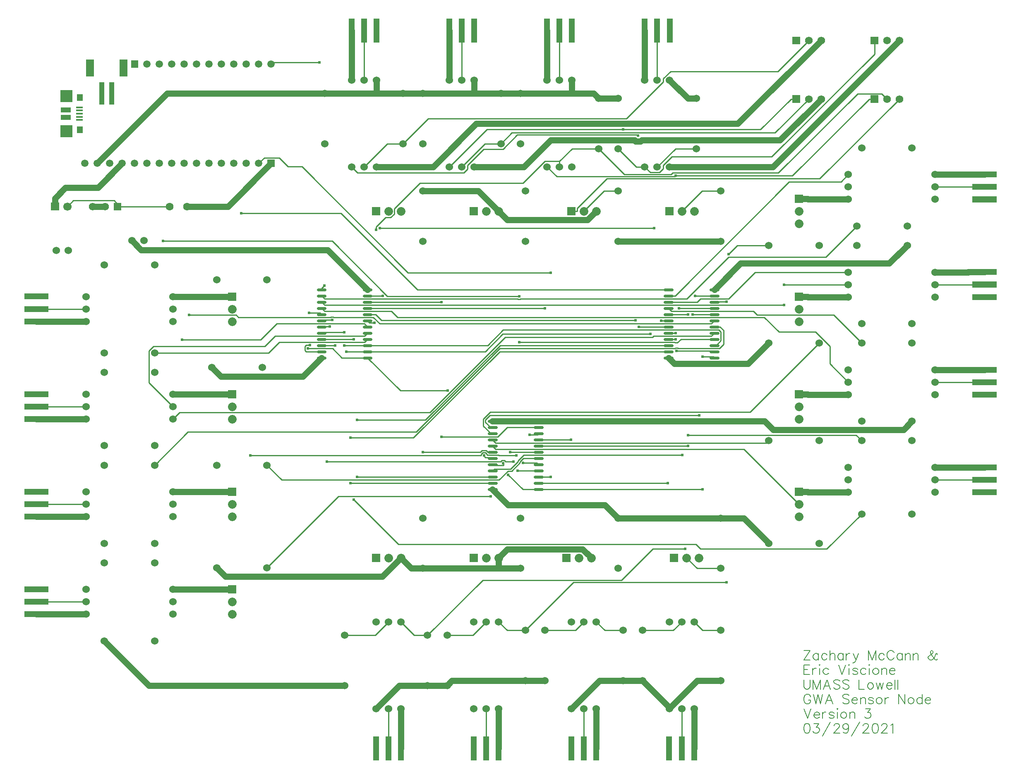
<source format=gtl>
G04 Layer: TopLayer*
G04 EasyEDA v6.4.17, 2021-03-30T17:38:57--4:00*
G04 bfce05913f904539a0b1be1992e61c7c,10*
G04 Gerber Generator version 0.2*
G04 Scale: 100 percent, Rotated: No, Reflected: No *
G04 Dimensions in millimeters *
G04 leading zeros omitted , absolute positions ,4 integer and 5 decimal *
%FSLAX45Y45*%
%MOMM*%

%ADD11C,1.2700*%
%ADD12C,0.2600*%
%ADD13C,0.2540*%
%ADD14C,0.6000*%
%ADD15C,0.2032*%
%ADD16C,0.6100*%
%ADD17R,1.3487X0.3988*%
%ADD21R,1.2000X5.0000*%
%ADD22R,5.0000X1.2000*%
%ADD23R,1.8000X1.8000*%
%ADD24R,1.4986X1.4986*%
%ADD25C,1.4986*%
%ADD27R,1.1989X1.4402*%
%ADD28C,1.5240*%
%ADD30C,1.7000*%
%ADD31C,1.5748*%
%ADD32R,1.5748X1.5748*%
%ADD33C,1.6000*%
%ADD34C,1.8000*%

%LPD*%
D15*
X3000070Y-20795007D02*
G01*
X3000070Y-20988809D01*
X3000070Y-20795007D02*
G01*
X3119958Y-20795007D01*
X3000070Y-20887209D02*
G01*
X3073984Y-20887209D01*
X3000070Y-20988809D02*
G01*
X3119958Y-20988809D01*
X3180918Y-20859523D02*
G01*
X3180918Y-20988809D01*
X3180918Y-20915149D02*
G01*
X3190316Y-20887209D01*
X3208858Y-20868921D01*
X3227146Y-20859523D01*
X3254832Y-20859523D01*
X3315792Y-20795007D02*
G01*
X3325190Y-20804151D01*
X3334334Y-20795007D01*
X3325190Y-20785609D01*
X3315792Y-20795007D01*
X3325190Y-20859523D02*
G01*
X3325190Y-20988809D01*
X3506038Y-20887209D02*
G01*
X3487750Y-20868921D01*
X3469208Y-20859523D01*
X3441522Y-20859523D01*
X3422980Y-20868921D01*
X3404438Y-20887209D01*
X3395294Y-20915149D01*
X3395294Y-20933437D01*
X3404438Y-20961123D01*
X3422980Y-20979665D01*
X3441522Y-20988809D01*
X3469208Y-20988809D01*
X3487750Y-20979665D01*
X3506038Y-20961123D01*
X3709238Y-20795007D02*
G01*
X3783152Y-20988809D01*
X3857066Y-20795007D02*
G01*
X3783152Y-20988809D01*
X3918026Y-20795007D02*
G01*
X3927424Y-20804151D01*
X3936568Y-20795007D01*
X3927424Y-20785609D01*
X3918026Y-20795007D01*
X3927424Y-20859523D02*
G01*
X3927424Y-20988809D01*
X4099128Y-20887209D02*
G01*
X4089984Y-20868921D01*
X4062298Y-20859523D01*
X4034358Y-20859523D01*
X4006672Y-20868921D01*
X3997528Y-20887209D01*
X4006672Y-20905751D01*
X4025214Y-20915149D01*
X4071442Y-20924293D01*
X4089984Y-20933437D01*
X4099128Y-20951979D01*
X4099128Y-20961123D01*
X4089984Y-20979665D01*
X4062298Y-20988809D01*
X4034358Y-20988809D01*
X4006672Y-20979665D01*
X3997528Y-20961123D01*
X4270832Y-20887209D02*
G01*
X4252544Y-20868921D01*
X4234002Y-20859523D01*
X4206316Y-20859523D01*
X4187774Y-20868921D01*
X4169232Y-20887209D01*
X4160088Y-20915149D01*
X4160088Y-20933437D01*
X4169232Y-20961123D01*
X4187774Y-20979665D01*
X4206316Y-20988809D01*
X4234002Y-20988809D01*
X4252544Y-20979665D01*
X4270832Y-20961123D01*
X4331792Y-20795007D02*
G01*
X4341190Y-20804151D01*
X4350334Y-20795007D01*
X4341190Y-20785609D01*
X4331792Y-20795007D01*
X4341190Y-20859523D02*
G01*
X4341190Y-20988809D01*
X4457522Y-20859523D02*
G01*
X4438980Y-20868921D01*
X4420438Y-20887209D01*
X4411294Y-20915149D01*
X4411294Y-20933437D01*
X4420438Y-20961123D01*
X4438980Y-20979665D01*
X4457522Y-20988809D01*
X4485208Y-20988809D01*
X4503750Y-20979665D01*
X4522038Y-20961123D01*
X4531436Y-20933437D01*
X4531436Y-20915149D01*
X4522038Y-20887209D01*
X4503750Y-20868921D01*
X4485208Y-20859523D01*
X4457522Y-20859523D01*
X4592396Y-20859523D02*
G01*
X4592396Y-20988809D01*
X4592396Y-20896607D02*
G01*
X4620082Y-20868921D01*
X4638624Y-20859523D01*
X4666310Y-20859523D01*
X4684598Y-20868921D01*
X4693996Y-20896607D01*
X4693996Y-20988809D01*
X4754956Y-20915149D02*
G01*
X4865700Y-20915149D01*
X4865700Y-20896607D01*
X4856556Y-20878065D01*
X4847158Y-20868921D01*
X4828870Y-20859523D01*
X4801184Y-20859523D01*
X4782642Y-20868921D01*
X4764100Y-20887209D01*
X4754956Y-20915149D01*
X4754956Y-20933437D01*
X4764100Y-20961123D01*
X4782642Y-20979665D01*
X4801184Y-20988809D01*
X4828870Y-20988809D01*
X4847158Y-20979665D01*
X4865700Y-20961123D01*
X2999993Y-21094954D02*
G01*
X2999993Y-21233384D01*
X3009138Y-21261324D01*
X3027679Y-21279611D01*
X3055365Y-21289009D01*
X3073908Y-21289009D01*
X3101593Y-21279611D01*
X3120136Y-21261324D01*
X3129279Y-21233384D01*
X3129279Y-21094954D01*
X3190240Y-21094954D02*
G01*
X3190240Y-21289009D01*
X3190240Y-21094954D02*
G01*
X3264154Y-21289009D01*
X3338068Y-21094954D02*
G01*
X3264154Y-21289009D01*
X3338068Y-21094954D02*
G01*
X3338068Y-21289009D01*
X3472941Y-21094954D02*
G01*
X3399027Y-21289009D01*
X3472941Y-21094954D02*
G01*
X3546856Y-21289009D01*
X3426713Y-21224240D02*
G01*
X3519170Y-21224240D01*
X3737102Y-21122640D02*
G01*
X3718559Y-21104098D01*
X3690874Y-21094954D01*
X3654043Y-21094954D01*
X3626104Y-21104098D01*
X3607815Y-21122640D01*
X3607815Y-21141181D01*
X3616959Y-21159724D01*
X3626104Y-21168868D01*
X3644645Y-21178011D01*
X3700018Y-21196554D01*
X3718559Y-21205698D01*
X3727704Y-21215095D01*
X3737102Y-21233384D01*
X3737102Y-21261324D01*
X3718559Y-21279611D01*
X3690874Y-21289009D01*
X3654043Y-21289009D01*
X3626104Y-21279611D01*
X3607815Y-21261324D01*
X3927347Y-21122640D02*
G01*
X3908806Y-21104098D01*
X3881120Y-21094954D01*
X3844290Y-21094954D01*
X3816604Y-21104098D01*
X3798061Y-21122640D01*
X3798061Y-21141181D01*
X3807206Y-21159724D01*
X3816604Y-21168868D01*
X3834891Y-21178011D01*
X3890263Y-21196554D01*
X3908806Y-21205698D01*
X3918204Y-21215095D01*
X3927347Y-21233384D01*
X3927347Y-21261324D01*
X3908806Y-21279611D01*
X3881120Y-21289009D01*
X3844290Y-21289009D01*
X3816604Y-21279611D01*
X3798061Y-21261324D01*
X4130547Y-21094954D02*
G01*
X4130547Y-21289009D01*
X4130547Y-21289009D02*
G01*
X4241291Y-21289009D01*
X4348479Y-21159724D02*
G01*
X4329938Y-21168868D01*
X4311650Y-21187409D01*
X4302252Y-21215095D01*
X4302252Y-21233384D01*
X4311650Y-21261324D01*
X4329938Y-21279611D01*
X4348479Y-21289009D01*
X4376165Y-21289009D01*
X4394708Y-21279611D01*
X4413250Y-21261324D01*
X4422393Y-21233384D01*
X4422393Y-21215095D01*
X4413250Y-21187409D01*
X4394708Y-21168868D01*
X4376165Y-21159724D01*
X4348479Y-21159724D01*
X4483354Y-21159724D02*
G01*
X4520184Y-21289009D01*
X4557268Y-21159724D02*
G01*
X4520184Y-21289009D01*
X4557268Y-21159724D02*
G01*
X4594097Y-21289009D01*
X4631181Y-21159724D02*
G01*
X4594097Y-21289009D01*
X4692141Y-21215095D02*
G01*
X4802886Y-21215095D01*
X4802886Y-21196554D01*
X4793741Y-21178011D01*
X4784343Y-21168868D01*
X4766056Y-21159724D01*
X4738370Y-21159724D01*
X4719827Y-21168868D01*
X4701286Y-21187409D01*
X4692141Y-21215095D01*
X4692141Y-21233384D01*
X4701286Y-21261324D01*
X4719827Y-21279611D01*
X4738370Y-21289009D01*
X4766056Y-21289009D01*
X4784343Y-21279611D01*
X4802886Y-21261324D01*
X4863845Y-21094954D02*
G01*
X4863845Y-21289009D01*
X4924806Y-21094954D02*
G01*
X4924806Y-21289009D01*
X3129279Y-20494980D02*
G01*
X2999993Y-20689036D01*
X2999993Y-20494980D02*
G01*
X3129279Y-20494980D01*
X2999993Y-20689036D02*
G01*
X3129279Y-20689036D01*
X3300984Y-20559496D02*
G01*
X3300984Y-20689036D01*
X3300984Y-20587436D02*
G01*
X3282695Y-20568894D01*
X3264154Y-20559496D01*
X3236468Y-20559496D01*
X3217925Y-20568894D01*
X3199384Y-20587436D01*
X3190240Y-20615122D01*
X3190240Y-20633410D01*
X3199384Y-20661096D01*
X3217925Y-20679638D01*
X3236468Y-20689036D01*
X3264154Y-20689036D01*
X3282695Y-20679638D01*
X3300984Y-20661096D01*
X3472941Y-20587436D02*
G01*
X3454400Y-20568894D01*
X3435858Y-20559496D01*
X3408172Y-20559496D01*
X3389884Y-20568894D01*
X3371341Y-20587436D01*
X3361943Y-20615122D01*
X3361943Y-20633410D01*
X3371341Y-20661096D01*
X3389884Y-20679638D01*
X3408172Y-20689036D01*
X3435858Y-20689036D01*
X3454400Y-20679638D01*
X3472941Y-20661096D01*
X3533902Y-20494980D02*
G01*
X3533902Y-20689036D01*
X3533902Y-20596580D02*
G01*
X3561588Y-20568894D01*
X3580129Y-20559496D01*
X3607815Y-20559496D01*
X3626104Y-20568894D01*
X3635502Y-20596580D01*
X3635502Y-20689036D01*
X3807206Y-20559496D02*
G01*
X3807206Y-20689036D01*
X3807206Y-20587436D02*
G01*
X3788663Y-20568894D01*
X3770375Y-20559496D01*
X3742690Y-20559496D01*
X3724147Y-20568894D01*
X3705606Y-20587436D01*
X3696461Y-20615122D01*
X3696461Y-20633410D01*
X3705606Y-20661096D01*
X3724147Y-20679638D01*
X3742690Y-20689036D01*
X3770375Y-20689036D01*
X3788663Y-20679638D01*
X3807206Y-20661096D01*
X3868165Y-20559496D02*
G01*
X3868165Y-20689036D01*
X3868165Y-20615122D02*
G01*
X3877563Y-20587436D01*
X3895852Y-20568894D01*
X3914393Y-20559496D01*
X3942079Y-20559496D01*
X4012184Y-20559496D02*
G01*
X4067809Y-20689036D01*
X4123181Y-20559496D02*
G01*
X4067809Y-20689036D01*
X4049268Y-20725866D01*
X4030725Y-20744408D01*
X4012184Y-20753552D01*
X4003040Y-20753552D01*
X4326381Y-20494980D02*
G01*
X4326381Y-20689036D01*
X4326381Y-20494980D02*
G01*
X4400295Y-20689036D01*
X4474209Y-20494980D02*
G01*
X4400295Y-20689036D01*
X4474209Y-20494980D02*
G01*
X4474209Y-20689036D01*
X4645913Y-20587436D02*
G01*
X4627372Y-20568894D01*
X4609084Y-20559496D01*
X4581143Y-20559496D01*
X4562856Y-20568894D01*
X4544313Y-20587436D01*
X4535170Y-20615122D01*
X4535170Y-20633410D01*
X4544313Y-20661096D01*
X4562856Y-20679638D01*
X4581143Y-20689036D01*
X4609084Y-20689036D01*
X4627372Y-20679638D01*
X4645913Y-20661096D01*
X4845304Y-20541208D02*
G01*
X4836159Y-20522666D01*
X4817618Y-20504124D01*
X4799329Y-20494980D01*
X4762245Y-20494980D01*
X4743704Y-20504124D01*
X4725415Y-20522666D01*
X4716018Y-20541208D01*
X4706874Y-20568894D01*
X4706874Y-20615122D01*
X4716018Y-20642808D01*
X4725415Y-20661096D01*
X4743704Y-20679638D01*
X4762245Y-20689036D01*
X4799329Y-20689036D01*
X4817618Y-20679638D01*
X4836159Y-20661096D01*
X4845304Y-20642808D01*
X5017261Y-20559496D02*
G01*
X5017261Y-20689036D01*
X5017261Y-20587436D02*
G01*
X4998720Y-20568894D01*
X4980177Y-20559496D01*
X4952491Y-20559496D01*
X4934204Y-20568894D01*
X4915661Y-20587436D01*
X4906263Y-20615122D01*
X4906263Y-20633410D01*
X4915661Y-20661096D01*
X4934204Y-20679638D01*
X4952491Y-20689036D01*
X4980177Y-20689036D01*
X4998720Y-20679638D01*
X5017261Y-20661096D01*
X5078222Y-20559496D02*
G01*
X5078222Y-20689036D01*
X5078222Y-20596580D02*
G01*
X5105908Y-20568894D01*
X5124450Y-20559496D01*
X5152136Y-20559496D01*
X5170424Y-20568894D01*
X5179822Y-20596580D01*
X5179822Y-20689036D01*
X5240781Y-20559496D02*
G01*
X5240781Y-20689036D01*
X5240781Y-20596580D02*
G01*
X5268468Y-20568894D01*
X5287009Y-20559496D01*
X5314695Y-20559496D01*
X5332984Y-20568894D01*
X5342381Y-20596580D01*
X5342381Y-20689036D01*
X5730240Y-20578038D02*
G01*
X5730240Y-20568894D01*
X5721095Y-20559496D01*
X5711697Y-20559496D01*
X5702554Y-20568894D01*
X5693409Y-20587436D01*
X5674868Y-20633410D01*
X5656325Y-20661096D01*
X5637784Y-20679638D01*
X5619495Y-20689036D01*
X5582411Y-20689036D01*
X5564124Y-20679638D01*
X5554725Y-20670494D01*
X5545581Y-20651952D01*
X5545581Y-20633410D01*
X5554725Y-20615122D01*
X5564124Y-20605724D01*
X5628640Y-20568894D01*
X5637784Y-20559496D01*
X5647181Y-20541208D01*
X5647181Y-20522666D01*
X5637784Y-20504124D01*
X5619495Y-20494980D01*
X5600954Y-20504124D01*
X5591809Y-20522666D01*
X5591809Y-20541208D01*
X5600954Y-20568894D01*
X5619495Y-20596580D01*
X5665724Y-20661096D01*
X5684011Y-20679638D01*
X5702554Y-20689036D01*
X5721095Y-20689036D01*
X5730240Y-20679638D01*
X5730240Y-20670494D01*
X3138424Y-21441156D02*
G01*
X3129279Y-21422613D01*
X3110738Y-21404072D01*
X3092450Y-21394927D01*
X3055365Y-21394927D01*
X3036824Y-21404072D01*
X3018536Y-21422613D01*
X3009138Y-21441156D01*
X2999993Y-21468841D01*
X2999993Y-21515070D01*
X3009138Y-21542756D01*
X3018536Y-21561298D01*
X3036824Y-21579586D01*
X3055365Y-21588984D01*
X3092450Y-21588984D01*
X3110738Y-21579586D01*
X3129279Y-21561298D01*
X3138424Y-21542756D01*
X3138424Y-21515070D01*
X3092450Y-21515070D02*
G01*
X3138424Y-21515070D01*
X3199384Y-21394927D02*
G01*
X3245611Y-21588984D01*
X3291840Y-21394927D02*
G01*
X3245611Y-21588984D01*
X3291840Y-21394927D02*
G01*
X3338068Y-21588984D01*
X3384295Y-21394927D02*
G01*
X3338068Y-21588984D01*
X3519170Y-21394927D02*
G01*
X3445256Y-21588984D01*
X3519170Y-21394927D02*
G01*
X3593084Y-21588984D01*
X3472941Y-21524213D02*
G01*
X3565143Y-21524213D01*
X3925570Y-21422613D02*
G01*
X3907027Y-21404072D01*
X3879341Y-21394927D01*
X3842258Y-21394927D01*
X3814572Y-21404072D01*
X3796284Y-21422613D01*
X3796284Y-21441156D01*
X3805427Y-21459698D01*
X3814572Y-21468841D01*
X3833113Y-21477986D01*
X3888486Y-21496527D01*
X3907027Y-21505672D01*
X3916172Y-21515070D01*
X3925570Y-21533611D01*
X3925570Y-21561298D01*
X3907027Y-21579586D01*
X3879341Y-21588984D01*
X3842258Y-21588984D01*
X3814572Y-21579586D01*
X3796284Y-21561298D01*
X3986529Y-21515070D02*
G01*
X4097274Y-21515070D01*
X4097274Y-21496527D01*
X4088129Y-21477986D01*
X4078731Y-21468841D01*
X4060443Y-21459698D01*
X4032504Y-21459698D01*
X4014215Y-21468841D01*
X3995674Y-21487384D01*
X3986529Y-21515070D01*
X3986529Y-21533611D01*
X3995674Y-21561298D01*
X4014215Y-21579586D01*
X4032504Y-21588984D01*
X4060443Y-21588984D01*
X4078731Y-21579586D01*
X4097274Y-21561298D01*
X4158234Y-21459698D02*
G01*
X4158234Y-21588984D01*
X4158234Y-21496527D02*
G01*
X4185920Y-21468841D01*
X4204461Y-21459698D01*
X4232147Y-21459698D01*
X4250690Y-21468841D01*
X4259834Y-21496527D01*
X4259834Y-21588984D01*
X4422393Y-21487384D02*
G01*
X4413250Y-21468841D01*
X4385563Y-21459698D01*
X4357624Y-21459698D01*
X4329938Y-21468841D01*
X4320793Y-21487384D01*
X4329938Y-21505672D01*
X4348479Y-21515070D01*
X4394708Y-21524213D01*
X4413250Y-21533611D01*
X4422393Y-21551900D01*
X4422393Y-21561298D01*
X4413250Y-21579586D01*
X4385563Y-21588984D01*
X4357624Y-21588984D01*
X4329938Y-21579586D01*
X4320793Y-21561298D01*
X4529581Y-21459698D02*
G01*
X4511040Y-21468841D01*
X4492497Y-21487384D01*
X4483354Y-21515070D01*
X4483354Y-21533611D01*
X4492497Y-21561298D01*
X4511040Y-21579586D01*
X4529581Y-21588984D01*
X4557268Y-21588984D01*
X4575809Y-21579586D01*
X4594097Y-21561298D01*
X4603495Y-21533611D01*
X4603495Y-21515070D01*
X4594097Y-21487384D01*
X4575809Y-21468841D01*
X4557268Y-21459698D01*
X4529581Y-21459698D01*
X4664456Y-21459698D02*
G01*
X4664456Y-21588984D01*
X4664456Y-21515070D02*
G01*
X4673600Y-21487384D01*
X4692141Y-21468841D01*
X4710684Y-21459698D01*
X4738370Y-21459698D01*
X4941570Y-21394927D02*
G01*
X4941570Y-21588984D01*
X4941570Y-21394927D02*
G01*
X5070856Y-21588984D01*
X5070856Y-21394927D02*
G01*
X5070856Y-21588984D01*
X5178043Y-21459698D02*
G01*
X5159502Y-21468841D01*
X5140959Y-21487384D01*
X5131815Y-21515070D01*
X5131815Y-21533611D01*
X5140959Y-21561298D01*
X5159502Y-21579586D01*
X5178043Y-21588984D01*
X5205729Y-21588984D01*
X5224018Y-21579586D01*
X5242559Y-21561298D01*
X5251704Y-21533611D01*
X5251704Y-21515070D01*
X5242559Y-21487384D01*
X5224018Y-21468841D01*
X5205729Y-21459698D01*
X5178043Y-21459698D01*
X5423661Y-21394927D02*
G01*
X5423661Y-21588984D01*
X5423661Y-21487384D02*
G01*
X5405120Y-21468841D01*
X5386577Y-21459698D01*
X5358891Y-21459698D01*
X5340604Y-21468841D01*
X5322061Y-21487384D01*
X5312663Y-21515070D01*
X5312663Y-21533611D01*
X5322061Y-21561298D01*
X5340604Y-21579586D01*
X5358891Y-21588984D01*
X5386577Y-21588984D01*
X5405120Y-21579586D01*
X5423661Y-21561298D01*
X5484622Y-21515070D02*
G01*
X5595365Y-21515070D01*
X5595365Y-21496527D01*
X5586222Y-21477986D01*
X5576824Y-21468841D01*
X5558536Y-21459698D01*
X5530850Y-21459698D01*
X5512308Y-21468841D01*
X5493765Y-21487384D01*
X5484622Y-21515070D01*
X5484622Y-21533611D01*
X5493765Y-21561298D01*
X5512308Y-21579586D01*
X5530850Y-21588984D01*
X5558536Y-21588984D01*
X5576824Y-21579586D01*
X5595365Y-21561298D01*
X2999993Y-21694902D02*
G01*
X3073908Y-21888958D01*
X3147822Y-21694902D02*
G01*
X3073908Y-21888958D01*
X3208781Y-21815043D02*
G01*
X3319525Y-21815043D01*
X3319525Y-21796502D01*
X3310381Y-21778213D01*
X3300984Y-21768816D01*
X3282695Y-21759672D01*
X3255009Y-21759672D01*
X3236468Y-21768816D01*
X3217925Y-21787358D01*
X3208781Y-21815043D01*
X3208781Y-21833586D01*
X3217925Y-21861272D01*
X3236468Y-21879813D01*
X3255009Y-21888958D01*
X3282695Y-21888958D01*
X3300984Y-21879813D01*
X3319525Y-21861272D01*
X3380486Y-21759672D02*
G01*
X3380486Y-21888958D01*
X3380486Y-21815043D02*
G01*
X3389884Y-21787358D01*
X3408172Y-21768816D01*
X3426713Y-21759672D01*
X3454400Y-21759672D01*
X3616959Y-21787358D02*
G01*
X3607815Y-21768816D01*
X3580129Y-21759672D01*
X3552443Y-21759672D01*
X3524504Y-21768816D01*
X3515359Y-21787358D01*
X3524504Y-21805900D01*
X3543045Y-21815043D01*
X3589274Y-21824188D01*
X3607815Y-21833586D01*
X3616959Y-21851874D01*
X3616959Y-21861272D01*
X3607815Y-21879813D01*
X3580129Y-21888958D01*
X3552443Y-21888958D01*
X3524504Y-21879813D01*
X3515359Y-21861272D01*
X3677920Y-21694902D02*
G01*
X3687063Y-21704300D01*
X3696461Y-21694902D01*
X3687063Y-21685758D01*
X3677920Y-21694902D01*
X3687063Y-21759672D02*
G01*
X3687063Y-21888958D01*
X3803650Y-21759672D02*
G01*
X3785108Y-21768816D01*
X3766565Y-21787358D01*
X3757422Y-21815043D01*
X3757422Y-21833586D01*
X3766565Y-21861272D01*
X3785108Y-21879813D01*
X3803650Y-21888958D01*
X3831336Y-21888958D01*
X3849624Y-21879813D01*
X3868165Y-21861272D01*
X3877563Y-21833586D01*
X3877563Y-21815043D01*
X3868165Y-21787358D01*
X3849624Y-21768816D01*
X3831336Y-21759672D01*
X3803650Y-21759672D01*
X3938524Y-21759672D02*
G01*
X3938524Y-21888958D01*
X3938524Y-21796502D02*
G01*
X3966209Y-21768816D01*
X3984497Y-21759672D01*
X4012184Y-21759672D01*
X4030725Y-21768816D01*
X4040124Y-21796502D01*
X4040124Y-21888958D01*
X4261611Y-21694902D02*
G01*
X4363211Y-21694902D01*
X4307840Y-21768816D01*
X4335525Y-21768816D01*
X4354068Y-21778213D01*
X4363211Y-21787358D01*
X4372609Y-21815043D01*
X4372609Y-21833586D01*
X4363211Y-21861272D01*
X4344924Y-21879813D01*
X4316984Y-21888958D01*
X4289297Y-21888958D01*
X4261611Y-21879813D01*
X4252468Y-21870416D01*
X4243324Y-21851874D01*
X3055365Y-21994875D02*
G01*
X3027679Y-22004274D01*
X3009138Y-22031959D01*
X2999993Y-22078188D01*
X2999993Y-22105874D01*
X3009138Y-22151848D01*
X3027679Y-22179788D01*
X3055365Y-22188931D01*
X3073908Y-22188931D01*
X3101593Y-22179788D01*
X3120136Y-22151848D01*
X3129279Y-22105874D01*
X3129279Y-22078188D01*
X3120136Y-22031959D01*
X3101593Y-22004274D01*
X3073908Y-21994875D01*
X3055365Y-21994875D01*
X3208781Y-21994875D02*
G01*
X3310381Y-21994875D01*
X3255009Y-22068790D01*
X3282695Y-22068790D01*
X3300984Y-22078188D01*
X3310381Y-22087331D01*
X3319525Y-22115018D01*
X3319525Y-22133559D01*
X3310381Y-22161245D01*
X3291840Y-22179788D01*
X3264154Y-22188931D01*
X3236468Y-22188931D01*
X3208781Y-22179788D01*
X3199384Y-22170390D01*
X3190240Y-22151848D01*
X3546856Y-21958045D02*
G01*
X3380486Y-22253448D01*
X3616959Y-22041104D02*
G01*
X3616959Y-22031959D01*
X3626104Y-22013418D01*
X3635502Y-22004274D01*
X3654043Y-21994875D01*
X3690874Y-21994875D01*
X3709415Y-22004274D01*
X3718559Y-22013418D01*
X3727704Y-22031959D01*
X3727704Y-22050248D01*
X3718559Y-22068790D01*
X3700018Y-22096475D01*
X3607815Y-22188931D01*
X3737102Y-22188931D01*
X3918204Y-22059645D02*
G01*
X3908806Y-22087331D01*
X3890263Y-22105874D01*
X3862577Y-22115018D01*
X3853434Y-22115018D01*
X3825747Y-22105874D01*
X3807206Y-22087331D01*
X3798061Y-22059645D01*
X3798061Y-22050248D01*
X3807206Y-22022561D01*
X3825747Y-22004274D01*
X3853434Y-21994875D01*
X3862577Y-21994875D01*
X3890263Y-22004274D01*
X3908806Y-22022561D01*
X3918204Y-22059645D01*
X3918204Y-22105874D01*
X3908806Y-22151848D01*
X3890263Y-22179788D01*
X3862577Y-22188931D01*
X3844290Y-22188931D01*
X3816604Y-22179788D01*
X3807206Y-22161245D01*
X4145279Y-21958045D02*
G01*
X3979163Y-22253448D01*
X4215384Y-22041104D02*
G01*
X4215384Y-22031959D01*
X4224781Y-22013418D01*
X4233925Y-22004274D01*
X4252468Y-21994875D01*
X4289297Y-21994875D01*
X4307840Y-22004274D01*
X4316984Y-22013418D01*
X4326381Y-22031959D01*
X4326381Y-22050248D01*
X4316984Y-22068790D01*
X4298695Y-22096475D01*
X4206240Y-22188931D01*
X4335525Y-22188931D01*
X4451858Y-21994875D02*
G01*
X4424172Y-22004274D01*
X4405884Y-22031959D01*
X4396486Y-22078188D01*
X4396486Y-22105874D01*
X4405884Y-22151848D01*
X4424172Y-22179788D01*
X4451858Y-22188931D01*
X4470400Y-22188931D01*
X4498086Y-22179788D01*
X4516627Y-22151848D01*
X4525772Y-22105874D01*
X4525772Y-22078188D01*
X4516627Y-22031959D01*
X4498086Y-22004274D01*
X4470400Y-21994875D01*
X4451858Y-21994875D01*
X4596129Y-22041104D02*
G01*
X4596129Y-22031959D01*
X4605274Y-22013418D01*
X4614418Y-22004274D01*
X4632959Y-21994875D01*
X4670043Y-21994875D01*
X4688331Y-22004274D01*
X4697729Y-22013418D01*
X4706874Y-22031959D01*
X4706874Y-22050248D01*
X4697729Y-22068790D01*
X4679188Y-22096475D01*
X4586731Y-22188931D01*
X4716018Y-22188931D01*
X4776977Y-22031959D02*
G01*
X4795520Y-22022561D01*
X4823206Y-21994875D01*
X4823206Y-22188931D01*
D11*
X3911091Y-15253970D02*
G01*
X3086608Y-15253970D01*
X3078479Y-15246095D01*
X2899918Y-15246095D02*
G01*
X3078479Y-15246095D01*
D12*
X-12700000Y-13500100D02*
G01*
X-11689079Y-13500100D01*
X-11689079Y-13500100D01*
X-12700000Y-17500091D02*
G01*
X-11689079Y-17500091D01*
X-11689079Y-17500091D01*
X-12700000Y-15500095D02*
G01*
X-11689079Y-15500095D01*
X-11689079Y-15500095D01*
X-12700000Y-19500088D02*
G01*
X-11689079Y-19500088D01*
X-11689079Y-19500088D01*
D11*
X3911091Y-11253978D02*
G01*
X3086608Y-11253978D01*
X3078479Y-11246104D01*
X2899918Y-11246104D02*
G01*
X3078479Y-11246104D01*
X-9911079Y-19246088D02*
G01*
X-8878570Y-19246088D01*
X-8878315Y-19245834D01*
X-8700008Y-19245834D02*
G01*
X-8878315Y-19245834D01*
X-9911079Y-13246100D02*
G01*
X-8878570Y-13246100D01*
X-8878570Y-13246100D01*
X-8700008Y-13246100D02*
G01*
X-8878570Y-13246100D01*
X3911091Y-17253966D02*
G01*
X3086608Y-17253966D01*
X3078479Y-17246091D01*
X2899918Y-17246091D02*
G01*
X3078479Y-17246091D01*
D12*
X-1999995Y-8811005D02*
G01*
X-1999995Y-7800086D01*
X5689091Y-10999978D02*
G01*
X5689091Y-10999978D01*
X6700011Y-10999978D01*
D11*
X5689091Y-10745978D02*
G01*
X6360413Y-10745978D01*
X6361429Y-10744962D01*
X6700011Y-10744962D02*
G01*
X6361429Y-10744962D01*
D12*
X5689091Y-12999974D02*
G01*
X5689091Y-12999974D01*
X6700011Y-12999974D01*
X5689091Y-14999970D02*
G01*
X5689091Y-14999970D01*
X6700011Y-14999970D01*
X5689091Y-16999966D02*
G01*
X5689091Y-16999966D01*
X6700011Y-16999966D01*
X-5999987Y-8811005D02*
G01*
X-5999987Y-8811005D01*
X-5999987Y-7800086D01*
X-3999992Y-8811005D02*
G01*
X-3999992Y-8811005D01*
X-3999992Y-7800086D01*
D11*
X-9911079Y-17246091D02*
G01*
X-8878570Y-17246091D01*
X-8878570Y-17246091D01*
X-8700008Y-17246091D02*
G01*
X-8878570Y-17246091D01*
D12*
X500126Y-22220681D02*
G01*
X500126Y-22220681D01*
X500126Y-21689059D01*
X500126Y-22500081D02*
G01*
X500126Y-22220681D01*
X-1500123Y-22220936D02*
G01*
X-1500123Y-22220936D01*
X-1500123Y-21689059D01*
X-1500123Y-22500081D02*
G01*
X-1500123Y-22220936D01*
X-3500120Y-22220936D02*
G01*
X-3500120Y-22220936D01*
X-3500120Y-21689059D01*
X-3500120Y-22500081D02*
G01*
X-3500120Y-22220936D01*
D11*
X-2253995Y-8811005D02*
G01*
X-2255012Y-8809989D01*
X-2255012Y-7800086D01*
X-6253987Y-8811005D02*
G01*
X-6255004Y-8809989D01*
X-6255004Y-7800086D01*
X-4253992Y-8811005D02*
G01*
X-4255007Y-8809989D01*
X-4255007Y-7800086D01*
D12*
X-5500115Y-21689059D02*
G01*
X-5499862Y-21689313D01*
X-5499862Y-22500081D01*
D11*
X755142Y-22161500D02*
G01*
X754126Y-22160484D01*
X754126Y-21689059D01*
X755142Y-22500081D02*
G01*
X755142Y-22161500D01*
X-12700000Y-13755116D02*
G01*
X-11690095Y-13755116D01*
X-11689079Y-13754100D01*
X-1245107Y-22161500D02*
G01*
X-1246123Y-22160484D01*
X-1246123Y-21689059D01*
X-1245107Y-22500081D02*
G01*
X-1245107Y-22161500D01*
X-3245104Y-22161500D02*
G01*
X-3246120Y-22160484D01*
X-3246120Y-21689059D01*
X-3245104Y-22500081D02*
G01*
X-3245104Y-22161500D01*
X-12700000Y-17755108D02*
G01*
X-11690095Y-17755108D01*
X-11689079Y-17754091D01*
X-12700000Y-15755112D02*
G01*
X-11690095Y-15755112D01*
X-11689079Y-15754095D01*
X-12700000Y-19755104D02*
G01*
X-11690095Y-19755104D01*
X-11689079Y-19754088D01*
X5689091Y-12745974D02*
G01*
X6360413Y-12745974D01*
X6361429Y-12744958D01*
X6700011Y-12744958D02*
G01*
X6361429Y-12744958D01*
X5689091Y-14745970D02*
G01*
X6360413Y-14745970D01*
X6361429Y-14744954D01*
X6700011Y-14744954D02*
G01*
X6361429Y-14744954D01*
X5689091Y-16745966D02*
G01*
X6360413Y-16745966D01*
X6361429Y-16744950D01*
X6700011Y-16744950D02*
G01*
X6361429Y-16744950D01*
X-5246115Y-21689059D02*
G01*
X-5244845Y-21690329D01*
X-5244845Y-22500081D01*
X3911091Y-13253974D02*
G01*
X3086608Y-13253974D01*
X3078479Y-13246100D01*
X2899918Y-13246100D02*
G01*
X3078479Y-13246100D01*
X-9911079Y-15246095D02*
G01*
X-8878570Y-15246095D01*
X-8878315Y-15245842D01*
X-8700008Y-15245842D02*
G01*
X-8878315Y-15245842D01*
D12*
X-3370071Y-16182594D02*
G01*
X-3306571Y-16246094D01*
X2239009Y-16246094D01*
X2284984Y-16200120D01*
X3911091Y-12999974D02*
G01*
X2596134Y-12999974D01*
X-6869937Y-13355574D02*
G01*
X-6806437Y-13419074D01*
X2596134Y-13419074D01*
X4085081Y-11800078D02*
G01*
X3451097Y-12434062D01*
X1463294Y-12434062D01*
X605281Y-13292074D01*
X-2797810Y-13292074D01*
X-2802636Y-13296645D01*
X-2852165Y-13296645D01*
X-2856737Y-13292074D01*
X-6806437Y-13292074D01*
X-6869937Y-13228574D01*
X1169923Y-13990574D02*
G01*
X1102360Y-14058137D01*
X-73405Y-14058137D01*
X-97789Y-14082776D01*
X-3114547Y-14082776D01*
X-4652771Y-15620745D01*
X-9777729Y-15620745D01*
X-9911079Y-15754095D01*
X3911091Y-12745974D02*
G01*
X2005584Y-12745974D01*
X1463294Y-13288263D01*
X887221Y-13288263D01*
X820165Y-13355574D01*
X230123Y-13355574D01*
X4184904Y-14200124D02*
G01*
X3610863Y-13625829D01*
X2048763Y-13625829D01*
X1968754Y-13546074D01*
X293623Y-13546074D01*
X230123Y-13482574D01*
D11*
X-299973Y-21115020D02*
G01*
X260095Y-21675090D01*
X1299971Y-21115020D02*
G01*
X820165Y-21115020D01*
X260095Y-21675090D01*
X260095Y-21675090D02*
G01*
X246126Y-21689059D01*
X-5199887Y-9085071D02*
G01*
X-4800092Y-9085071D01*
X-5745987Y-9085071D02*
G01*
X-5745987Y-8811005D01*
X-5745987Y-9085071D02*
G01*
X-5199887Y-9085071D01*
X-800100Y-9184894D02*
G01*
X-1199895Y-9184894D01*
X800100Y-9184894D02*
G01*
X627887Y-9184894D01*
X254000Y-8811005D01*
X-11299952Y-11400028D02*
G01*
X-11553952Y-11400028D01*
X-3370071Y-15801594D02*
G01*
X-2430018Y-15801594D01*
X-5929884Y-13101574D02*
G01*
X-6739889Y-12291568D01*
X-10558271Y-12291568D01*
X-10750042Y-12100052D01*
X-299973Y-21115020D02*
G01*
X-700023Y-21115020D01*
X-700023Y-21115020D02*
G01*
X-1180084Y-21115020D01*
X-1754123Y-21689059D01*
X-3745992Y-9085071D02*
G01*
X-3745992Y-8811005D01*
X-3199892Y-9085071D02*
G01*
X-3745992Y-9085071D01*
X-3745992Y-9085071D02*
G01*
X-4800092Y-9085071D01*
X-3199892Y-9085071D02*
G01*
X-2800095Y-9085071D01*
X-1745995Y-9085071D02*
G01*
X-1745995Y-8811005D01*
X-2800095Y-9085071D02*
G01*
X-1745995Y-9085071D01*
X-1745995Y-9085071D02*
G01*
X-1299971Y-9085071D01*
X-1199895Y-9184894D01*
X-2299970Y-21115020D02*
G01*
X-2700020Y-21115020D01*
X-2700020Y-21115020D02*
G01*
X-4199889Y-21115020D01*
X-4299965Y-21215095D01*
X-4299965Y-21215095D02*
G01*
X-4700015Y-21215095D01*
X-4700015Y-21215095D02*
G01*
X-5280152Y-21215095D01*
X-5754115Y-21689059D01*
X-5745987Y-9085071D02*
G01*
X-6800087Y-9085071D01*
X-6800087Y-9085071D02*
G01*
X-10024363Y-9085071D01*
X-11455400Y-10516108D01*
X-6400037Y-21215095D02*
G01*
X-10400029Y-21215095D01*
X-11314937Y-20299934D01*
X-2430018Y-15801594D02*
G01*
X2197608Y-15801594D01*
X2371343Y-15975076D01*
X5039868Y-15975076D01*
X5215127Y-15800070D01*
X5115052Y-12200128D02*
G01*
X4748022Y-12567158D01*
X1704339Y-12567158D01*
X1169923Y-13101574D01*
D12*
X-3370071Y-16309594D02*
G01*
X-3303523Y-16376142D01*
X1775968Y-16376142D01*
X2899918Y-17500091D01*
X-7984997Y-16699992D02*
G01*
X-7680452Y-17004538D01*
X-3239515Y-17004538D01*
X-3053587Y-16818610D01*
X-2979928Y-16818610D01*
X-2804413Y-16643350D01*
X-2804413Y-16631412D01*
X-2736595Y-16563594D01*
X-2430018Y-16563594D01*
D11*
X4954015Y-7999984D02*
G01*
X2364993Y-10589005D01*
X254000Y-10589005D01*
X3354070Y-9199879D02*
G01*
X2509265Y-10044684D01*
X-320802Y-10044684D01*
X-342645Y-10066528D01*
X-441197Y-10066528D01*
X-463042Y-10044684D01*
X-2183637Y-10044684D01*
X-2727960Y-10589005D01*
X-3745992Y-10589005D01*
D12*
X-1753870Y-11500104D02*
G01*
X-1634744Y-11500104D01*
X4954015Y-9199879D02*
G01*
X3322827Y-10831321D01*
X-1025652Y-10831321D01*
X-1634744Y-11440413D01*
X-1634744Y-11500104D01*
X-9975087Y-11400028D02*
G01*
X-10938002Y-11400028D01*
X-10938002Y-11400028D01*
X-11045952Y-11400028D02*
G01*
X-10991850Y-11400028D01*
X-10991850Y-11400028D02*
G01*
X-10938002Y-11400028D01*
X-10991850Y-11400028D02*
G01*
X-11113770Y-11278108D01*
X-11950954Y-11278108D01*
X-12072874Y-11400028D01*
X-10284968Y-14400021D02*
G01*
X-7950454Y-14400021D01*
X-7731505Y-14181074D01*
X-5993384Y-14181074D01*
X-5929884Y-14117574D01*
X230123Y-13228574D02*
G01*
X366521Y-13228574D01*
X2700274Y-10894568D01*
X3762502Y-10894568D01*
X3911091Y-10745978D01*
X-2744723Y-16656050D02*
G01*
X-2464307Y-16656050D01*
X-2430018Y-16690594D01*
X-8322563Y-16499331D02*
G01*
X-3604260Y-16499331D01*
X-3604260Y-16477234D01*
X-3569207Y-16442436D01*
X-3519678Y-16442436D01*
X-3482847Y-16479266D01*
X-3482847Y-16491712D01*
X-3478784Y-16495776D01*
X-3245357Y-16495776D01*
X-3240786Y-16500602D01*
X-2885186Y-16500602D01*
X3314954Y-14200124D02*
G01*
X1904237Y-15610839D01*
X-3417062Y-15610839D01*
X-3559047Y-15752571D01*
X-3559047Y-15895828D01*
X-3399281Y-16055594D01*
X-3370071Y-16055594D01*
X-2827273Y-13236955D02*
G01*
X-5521960Y-13236955D01*
X-6649465Y-12109450D01*
X-10117328Y-12109450D01*
X1169923Y-14117574D02*
G01*
X487934Y-14117574D01*
X414528Y-14190979D01*
X364997Y-14190979D01*
X351281Y-14177263D01*
X-2827273Y-14177263D01*
D11*
X-5745987Y-10589005D02*
G01*
X-4587494Y-10589005D01*
X-3702304Y-9704070D01*
X1649984Y-9704070D01*
X3354070Y-7999984D01*
X-6869937Y-14498574D02*
G01*
X-7255255Y-14883637D01*
X-8931147Y-14883637D01*
X-9115044Y-14699995D01*
X230123Y-14498574D02*
G01*
X354584Y-14623034D01*
X1862073Y-14623034D01*
X2284984Y-14200124D01*
X-1345945Y-18599911D02*
G01*
X-1524507Y-18421350D01*
X-3067557Y-18421350D01*
X-3245865Y-18599911D01*
X-3245865Y-18815050D02*
G01*
X-3245865Y-18599911D01*
X-4800092Y-18815050D02*
G01*
X-3245865Y-18815050D01*
X-3245865Y-18815050D02*
G01*
X-2800095Y-18815050D01*
X2284984Y-18299938D02*
G01*
X1769871Y-17785079D01*
X1299971Y-17785079D01*
X1299971Y-17785079D02*
G01*
X-800100Y-17785079D01*
X-7899400Y-10516108D02*
G01*
X-8783320Y-11400028D01*
X-9625076Y-11400028D01*
X-5245862Y-18599911D02*
G01*
X-5030978Y-18815050D01*
X-4800092Y-18815050D01*
X-9014968Y-18799809D02*
G01*
X-8836913Y-18977863D01*
X-5623813Y-18977863D01*
X-5245862Y-18599911D01*
X1299971Y-12115037D02*
G01*
X-800100Y-12115037D01*
X-4800092Y-11085068D02*
G01*
X-3660902Y-11085068D01*
X-3245865Y-11500104D01*
X-3245865Y-11500104D02*
G01*
X-3067304Y-11678665D01*
X-1424431Y-11678665D01*
X-1245870Y-11500104D01*
X-3370071Y-17198593D02*
G01*
X-3054604Y-17513808D01*
X-1071118Y-17513808D01*
X-800100Y-17785079D01*
X-10947400Y-10516108D02*
G01*
X-11444986Y-11013439D01*
X-12107418Y-11013439D01*
X-12326874Y-11232895D01*
X-12326874Y-11400028D02*
G01*
X-12326874Y-11232895D01*
D12*
X230123Y-13101574D02*
G01*
X-4909820Y-13101574D01*
X-6472173Y-11538965D01*
X-8516874Y-11538965D01*
X-5199887Y-10115042D02*
G01*
X-5526023Y-10115042D01*
X-5999987Y-10589005D01*
X-5199887Y-10115042D02*
G01*
X-4687315Y-9602470D01*
X-633729Y-9602470D01*
X120904Y-8847836D01*
X120904Y-8782304D01*
X271271Y-8631936D01*
X2468118Y-8631936D01*
X3100070Y-7999984D01*
X-6653784Y-13727937D02*
G01*
X-6861555Y-13727937D01*
X-6869937Y-13736574D01*
X-800100Y-10215118D02*
G01*
X-425957Y-10589005D01*
X-254000Y-10589005D01*
X-254000Y-10589005D02*
G01*
X-142747Y-10700258D01*
X46481Y-10700258D01*
X121412Y-10625328D01*
X121412Y-10554970D01*
X296926Y-10379202D01*
X2342895Y-10379202D01*
X4446015Y-8276081D01*
X4446015Y-7999984D01*
X230123Y-14117574D02*
G01*
X234442Y-14121892D01*
X380492Y-14121892D01*
X-6400037Y-20185125D02*
G01*
X-5773928Y-20185125D01*
X-5500115Y-19911059D01*
X-5929884Y-13228574D02*
G01*
X-5614923Y-13228574D01*
X0Y-7800086D02*
G01*
X0Y-8811005D01*
D11*
X-255015Y-8138668D02*
G01*
X-254000Y-8139684D01*
X-254000Y-8811005D01*
X-255015Y-7800086D02*
G01*
X-255015Y-8138668D01*
D12*
X-9911079Y-15500095D02*
G01*
X-10401300Y-15009621D01*
X-10401300Y-14358366D01*
X-10310621Y-14267687D01*
X-8033258Y-14267687D01*
X-7819644Y-14054074D01*
X-5993384Y-14054074D01*
X-5929884Y-13990574D01*
X2846070Y-9199879D02*
G01*
X2738120Y-9199879D01*
X230123Y-13863574D02*
G01*
X-380745Y-13863574D01*
X2738120Y-9199879D02*
G01*
X2115058Y-9822942D01*
X-696468Y-9822942D01*
X-696468Y-9822942D02*
G01*
X-3487928Y-9822942D01*
X-4253992Y-10589005D01*
X-9719818Y-14133068D02*
G01*
X-8113776Y-14133068D01*
X-7780781Y-13800074D01*
X-5993384Y-13800074D01*
X-5929884Y-13863574D01*
X-5785612Y-13779245D02*
G01*
X-5887212Y-13779245D01*
X-5929884Y-13736574D01*
X-5929884Y-14244574D02*
G01*
X-6403339Y-14244574D01*
X-5929884Y-14244574D02*
G01*
X-3469639Y-14244574D01*
X-3152139Y-13927074D01*
X1260347Y-13927074D01*
X1300987Y-13967713D01*
X1300987Y-14147037D01*
X1203452Y-14244574D01*
X1169923Y-14244574D01*
X923544Y-14479270D02*
G01*
X1150873Y-14479270D01*
X1169923Y-14498574D01*
X923544Y-17198593D02*
G01*
X-2430018Y-17198593D01*
X-2430018Y-17198593D02*
G01*
X-2746755Y-17198593D01*
X-3048000Y-16897350D01*
X-5929884Y-14498574D02*
G01*
X-6453378Y-14498574D01*
X-6643878Y-14308074D01*
X-7150354Y-14308074D01*
X-5929884Y-14498574D02*
G01*
X-5257545Y-15170912D01*
X-4287265Y-15170912D01*
X-5929884Y-14371574D02*
G01*
X-6361937Y-14371574D01*
X397255Y-14360144D02*
G01*
X1158494Y-14360144D01*
X1169923Y-14371574D01*
X-5929884Y-14371574D02*
G01*
X-3521455Y-14371574D01*
X-3158744Y-14008862D01*
X-136652Y-14008862D01*
X-2430018Y-17071593D02*
G01*
X214629Y-17071593D01*
X-6869937Y-14371574D02*
G01*
X-7186421Y-14371574D01*
X-7210044Y-14347697D01*
X-7210044Y-14269466D01*
X-7182865Y-14242287D01*
X-7106158Y-14242287D01*
X-3370071Y-17071593D02*
G01*
X-6267450Y-17071593D01*
X-6274562Y-17064227D01*
X-6274562Y-16138652D02*
G01*
X-4991100Y-16138652D01*
X-3224021Y-14371574D01*
X230123Y-14371574D01*
X-3370071Y-16944594D02*
G01*
X-6142736Y-16944594D01*
X-6587236Y-14244574D02*
G01*
X-6869937Y-14244574D01*
X230123Y-14244574D02*
G01*
X-3216655Y-14244574D01*
X-4741163Y-15769081D01*
X-6142736Y-15769081D01*
X800100Y-10215118D02*
G01*
X373887Y-10215118D01*
X0Y-10589005D01*
X-6210807Y-14117574D02*
G01*
X-6869937Y-14117574D01*
X-5679186Y-11840210D02*
G01*
X-66039Y-11840210D01*
X1299971Y-18815050D02*
G01*
X815086Y-18815050D01*
X599947Y-18599911D01*
X-2430018Y-16309594D02*
G01*
X635000Y-16309594D01*
X-2700020Y-20085050D02*
G01*
X-3072129Y-20085050D01*
X-3246120Y-19911059D01*
X-2700020Y-20085050D02*
G01*
X-1712721Y-19097752D01*
X1414271Y-19097752D01*
X1169923Y-13355574D02*
G01*
X1171955Y-13353542D01*
X1414271Y-13353542D01*
X1299971Y-20085050D02*
G01*
X928115Y-20085050D01*
X754126Y-19911059D01*
X1169923Y-13609574D02*
G01*
X720852Y-13609574D01*
X-3199892Y-10115042D02*
G01*
X-3526028Y-10115042D01*
X-3999992Y-10589005D01*
X-3199892Y-10115042D02*
G01*
X-2972815Y-9887712D01*
X2412238Y-9887712D01*
X3100070Y-9199879D01*
X-6869937Y-13863574D02*
G01*
X-6869176Y-13862812D01*
X-6700520Y-13862812D01*
X-2299970Y-20085050D02*
G01*
X-1674113Y-20085050D01*
X-1500123Y-19911059D01*
X-5929884Y-13482574D02*
G01*
X-2299970Y-13482574D01*
X-4700015Y-20185125D02*
G01*
X-4972050Y-20185125D01*
X-5246115Y-19911059D01*
X778763Y-13228574D02*
G01*
X1169923Y-13228574D01*
X-4700015Y-20185125D02*
G01*
X-3570478Y-19055588D01*
X-728979Y-19055588D01*
X-85089Y-18411443D01*
X570992Y-18411443D01*
X4446015Y-9199879D02*
G01*
X4338065Y-9199879D01*
X-2253995Y-10589005D02*
G01*
X-2054097Y-10788904D01*
X359663Y-10788904D01*
X377444Y-10770870D01*
X377444Y-10770870D02*
G01*
X2767075Y-10770870D01*
X4338065Y-9199879D01*
X230123Y-13990574D02*
G01*
X377444Y-13990574D01*
X-1766315Y-16182594D02*
G01*
X-2430018Y-16182594D01*
X-3370071Y-16563594D02*
G01*
X-3392170Y-16541242D01*
X-3529076Y-16541242D01*
X-3529076Y-16529812D01*
X-3543554Y-16515587D01*
X-3543554Y-16505174D01*
X-3542537Y-16504157D01*
X-3544570Y-16502126D01*
X-6253987Y-10589005D02*
G01*
X-6131305Y-10711687D01*
X-3960876Y-10711687D01*
X-3878579Y-10629645D01*
X-3878579Y-10554970D01*
X-3551428Y-10227818D01*
X-3154934Y-10227818D01*
X-2861818Y-9934702D01*
X-404876Y-9934702D01*
X-391921Y-9947402D01*
X80010Y-13736574D02*
G01*
X229870Y-13736574D01*
X230123Y-13736574D01*
X2284984Y-12200128D02*
G01*
X1638045Y-12200128D01*
X1463802Y-12374118D01*
X855979Y-15677387D02*
G01*
X-3423920Y-15677387D01*
X-3516629Y-15770097D01*
X-3516629Y-15821405D01*
X-3409442Y-15928594D01*
X-3370071Y-15928594D01*
X-2430018Y-16817594D02*
G01*
X-2858770Y-16817594D01*
X-6757162Y-16629379D02*
G01*
X-3207004Y-16629379D01*
X-3178555Y-16600931D01*
X-3129026Y-16600931D01*
X-3100323Y-16629379D01*
X-2938526Y-16629379D01*
X-10284968Y-16699992D02*
G01*
X-9601200Y-16016224D01*
X-4928615Y-16016224D01*
X-3220465Y-14308074D01*
X364997Y-14308074D01*
X372618Y-14300454D01*
X422147Y-14300454D01*
X429768Y-14308074D01*
X1271015Y-14308074D01*
X1356105Y-14222984D01*
X1356105Y-13939520D01*
X1279905Y-13863574D01*
X1169923Y-13863574D01*
X633476Y-13609574D02*
G01*
X230123Y-13609574D01*
X230123Y-13609574D01*
X4184904Y-16200120D02*
G01*
X4070604Y-16085820D01*
X633476Y-16085820D01*
X-9576054Y-13625829D02*
G01*
X-8616442Y-13625829D01*
X-8571992Y-13670534D01*
X-6680708Y-13670534D01*
X-6678421Y-13668247D01*
X-6628892Y-13668247D01*
X-6626605Y-13670534D01*
X-5809995Y-13670534D01*
X-5680455Y-13800074D01*
X1106423Y-13800074D01*
X1169923Y-13736574D01*
X-7128002Y-13576807D02*
G01*
X-6902704Y-13576807D01*
X-6869937Y-13609574D01*
X4184904Y-17699990D02*
G01*
X3469386Y-18415508D01*
X883665Y-18415508D01*
X787907Y-18319750D01*
X-5293868Y-18319750D01*
X-6207760Y-17406111D01*
X-7984997Y-18799809D02*
G01*
X-6522465Y-17337277D01*
X-3404107Y-17337277D01*
X-3012947Y-16436594D02*
G01*
X-2430018Y-16436594D01*
X1299971Y-11085068D02*
G01*
X914907Y-11085068D01*
X500126Y-11500104D01*
X-3370071Y-16817594D02*
G01*
X-3328670Y-16776192D01*
X-2997454Y-16776192D01*
X-2846831Y-16625824D01*
X-2846831Y-16613886D01*
X-2728721Y-16495776D01*
X508507Y-16495776D01*
X-6404355Y-13977874D02*
G01*
X-6857237Y-13977874D01*
X-6869937Y-13990574D01*
X-1999995Y-10473436D02*
G01*
X-2297684Y-10473436D01*
X-2745994Y-10921745D01*
X-4854447Y-10921745D01*
X-5379212Y-11446255D01*
X-5379212Y-11553444D01*
X-5453887Y-11628120D01*
X-5560313Y-11628120D01*
X-5752084Y-11819889D01*
X-5752084Y-11880087D01*
X-1199895Y-10215118D02*
G01*
X-1741678Y-10215118D01*
X-1999995Y-10473436D01*
X-1999995Y-10473436D02*
G01*
X-1999995Y-10589005D01*
X-1199895Y-10215118D02*
G01*
X-672592Y-10742421D01*
X284987Y-10742421D01*
X316229Y-10711179D01*
X2480056Y-10711179D01*
X4099306Y-9091929D01*
X4592065Y-9091929D01*
X4700015Y-9199879D01*
X-4411471Y-16119094D02*
G01*
X-3260344Y-16119094D01*
X-3069844Y-15928594D01*
X-2430018Y-15928594D01*
X-6809486Y-13024104D02*
G01*
X-6869937Y-13084302D01*
X-6869937Y-13101574D01*
X-7899400Y-8484108D02*
G01*
X-7862062Y-8446515D01*
X-6916928Y-8446515D01*
X-700023Y-20085050D02*
G01*
X-1072134Y-20085050D01*
X-1246123Y-19911059D01*
X1169923Y-13482574D02*
G01*
X448055Y-13482574D01*
X-4800092Y-16436594D02*
G01*
X-3623310Y-16436594D01*
X-3586734Y-16400018D01*
X-3502152Y-16400018D01*
X-3465829Y-16436594D01*
X-3370071Y-16436594D01*
X-2430018Y-16055594D02*
G01*
X-2448052Y-16073628D01*
X-2610865Y-16073628D01*
X-299973Y-20085050D02*
G01*
X326136Y-20085050D01*
X500126Y-19911059D01*
X-440436Y-13733271D02*
G01*
X-5638800Y-13733271D01*
X-5762752Y-13609574D01*
X-5929884Y-13609574D01*
X-800100Y-11085068D02*
G01*
X-1085087Y-11085068D01*
X-1499870Y-11500104D01*
X-3370071Y-16690594D02*
G01*
X-3357626Y-16702786D01*
X-3147821Y-16702786D01*
X-3147821Y-16685260D01*
X-3153663Y-16679671D01*
X-3153663Y-16660621D01*
X-4299965Y-20185125D02*
G01*
X-3773931Y-20185125D01*
X-3500120Y-19911059D01*
X-5929884Y-13355574D02*
G01*
X-4417060Y-13355574D01*
X-8153400Y-10516108D02*
G01*
X-8040370Y-10403078D01*
X-7736586Y-10403078D01*
X-7552944Y-10586720D01*
X-7269479Y-10586720D01*
X-5100320Y-12755879D01*
X-2176526Y-12755879D01*
X-2430018Y-16944594D02*
G01*
X-2176526Y-16944594D01*
X3911091Y-14999970D02*
G01*
X3532377Y-14621255D01*
X3532377Y-14264131D01*
X3239008Y-13970762D01*
X2489708Y-13970762D01*
X2191765Y-13673074D01*
X-5312155Y-13673074D01*
X-5439155Y-13546074D01*
X-6806437Y-13546074D01*
X-6869937Y-13482574D01*
D13*
X-11165898Y-9083438D02*
G01*
X-11163358Y-9080898D01*
D14*
X1240000Y-13101497D02*
G01*
X1100000Y-13101497D01*
X1240000Y-13228497D02*
G01*
X1100000Y-13228497D01*
X1240000Y-13355497D02*
G01*
X1100000Y-13355497D01*
X1240000Y-13482497D02*
G01*
X1100000Y-13482497D01*
X1240000Y-13609497D02*
G01*
X1100000Y-13609497D01*
X1240000Y-13736497D02*
G01*
X1100000Y-13736497D01*
X1240000Y-13863497D02*
G01*
X1100000Y-13863497D01*
X1240000Y-13990497D02*
G01*
X1100000Y-13990497D01*
X1240000Y-14117497D02*
G01*
X1100000Y-14117497D01*
X1240000Y-14244497D02*
G01*
X1100000Y-14244497D01*
X1240000Y-14371497D02*
G01*
X1100000Y-14371497D01*
X1240000Y-14498497D02*
G01*
X1100000Y-14498497D01*
X299996Y-14498497D02*
G01*
X159997Y-14498497D01*
X299996Y-14371497D02*
G01*
X159997Y-14371497D01*
X299996Y-14244497D02*
G01*
X159997Y-14244497D01*
X299996Y-14117497D02*
G01*
X159997Y-14117497D01*
X299996Y-13990497D02*
G01*
X159997Y-13990497D01*
X299996Y-13863497D02*
G01*
X159997Y-13863497D01*
X299996Y-13736497D02*
G01*
X159997Y-13736497D01*
X299996Y-13609497D02*
G01*
X159997Y-13609497D01*
X299996Y-13482497D02*
G01*
X159997Y-13482497D01*
X299996Y-13355497D02*
G01*
X159997Y-13355497D01*
X299996Y-13228497D02*
G01*
X159997Y-13228497D01*
X299996Y-13101497D02*
G01*
X159997Y-13101497D01*
X-5859985Y-13101497D02*
G01*
X-5999985Y-13101497D01*
X-5859985Y-13228497D02*
G01*
X-5999985Y-13228497D01*
X-5859985Y-13355497D02*
G01*
X-5999985Y-13355497D01*
X-5859985Y-13482497D02*
G01*
X-5999985Y-13482497D01*
X-5859985Y-13609497D02*
G01*
X-5999985Y-13609497D01*
X-5859985Y-13736497D02*
G01*
X-5999985Y-13736497D01*
X-5859985Y-13863497D02*
G01*
X-5999985Y-13863497D01*
X-5859985Y-13990497D02*
G01*
X-5999985Y-13990497D01*
X-5859985Y-14117497D02*
G01*
X-5999985Y-14117497D01*
X-5859985Y-14244497D02*
G01*
X-5999985Y-14244497D01*
X-5859985Y-14371497D02*
G01*
X-5999985Y-14371497D01*
X-5859985Y-14498497D02*
G01*
X-5999985Y-14498497D01*
X-6799988Y-14498497D02*
G01*
X-6939988Y-14498497D01*
X-6799988Y-14371497D02*
G01*
X-6939988Y-14371497D01*
X-6799988Y-14244497D02*
G01*
X-6939988Y-14244497D01*
X-6799988Y-14117497D02*
G01*
X-6939988Y-14117497D01*
X-6799988Y-13990497D02*
G01*
X-6939988Y-13990497D01*
X-6799988Y-13863497D02*
G01*
X-6939988Y-13863497D01*
X-6799988Y-13736497D02*
G01*
X-6939988Y-13736497D01*
X-6799988Y-13609497D02*
G01*
X-6939988Y-13609497D01*
X-6799988Y-13482497D02*
G01*
X-6939988Y-13482497D01*
X-6799988Y-13355497D02*
G01*
X-6939988Y-13355497D01*
X-6799988Y-13228497D02*
G01*
X-6939988Y-13228497D01*
X-6799988Y-13101497D02*
G01*
X-6939988Y-13101497D01*
X-2359992Y-15801492D02*
G01*
X-2499992Y-15801492D01*
X-2359992Y-15928492D02*
G01*
X-2499992Y-15928492D01*
X-2359992Y-16055492D02*
G01*
X-2499992Y-16055492D01*
X-2359992Y-16182492D02*
G01*
X-2499992Y-16182492D01*
X-2359992Y-16309492D02*
G01*
X-2499992Y-16309492D01*
X-2359992Y-16436492D02*
G01*
X-2499992Y-16436492D01*
X-2359992Y-16563492D02*
G01*
X-2499992Y-16563492D01*
X-2359992Y-16690492D02*
G01*
X-2499992Y-16690492D01*
X-2359992Y-16817492D02*
G01*
X-2499992Y-16817492D01*
X-2359992Y-16944492D02*
G01*
X-2499992Y-16944492D01*
X-2359992Y-17071492D02*
G01*
X-2499992Y-17071492D01*
X-2359992Y-17198492D02*
G01*
X-2499992Y-17198492D01*
X-3299995Y-17198492D02*
G01*
X-3439995Y-17198492D01*
X-3299995Y-17071492D02*
G01*
X-3439995Y-17071492D01*
X-3299995Y-16944492D02*
G01*
X-3439995Y-16944492D01*
X-3299995Y-16817492D02*
G01*
X-3439995Y-16817492D01*
X-3299995Y-16690492D02*
G01*
X-3439995Y-16690492D01*
X-3299995Y-16563492D02*
G01*
X-3439995Y-16563492D01*
X-3299995Y-16436492D02*
G01*
X-3439995Y-16436492D01*
X-3299995Y-16309492D02*
G01*
X-3439995Y-16309492D01*
X-3299995Y-16182492D02*
G01*
X-3439995Y-16182492D01*
X-3299995Y-16055492D02*
G01*
X-3439995Y-16055492D01*
X-3299995Y-15928492D02*
G01*
X-3439995Y-15928492D01*
X-3299995Y-15801492D02*
G01*
X-3439995Y-15801492D01*
D17*
G01*
X-11821210Y-9370466D03*
G01*
X-11821210Y-9433966D03*
G01*
X-11821210Y-9500006D03*
G01*
X-11821210Y-9566046D03*
G01*
X-11821210Y-9629546D03*
G36*
X-12200440Y-9373760D02*
G01*
X-12000669Y-9373760D01*
X-12000669Y-9473836D01*
X-12200440Y-9473836D01*
G37*
G36*
X-12200440Y-9526160D02*
G01*
X-12000669Y-9526160D01*
X-12000669Y-9626236D01*
X-12200440Y-9626236D01*
G37*
G36*
X-11414056Y-8853441D02*
G01*
X-11313980Y-8853441D01*
X-11313980Y-9313308D01*
X-11414056Y-9313308D01*
G37*
G36*
X-11215936Y-8853441D02*
G01*
X-11115860Y-8853441D01*
X-11115860Y-9313308D01*
X-11215936Y-9313308D01*
G37*
G36*
X-11685328Y-8732791D02*
G01*
X-11685328Y-8392558D01*
X-11525308Y-8392558D01*
X-11525308Y-8732791D01*
G37*
G36*
X-11004608Y-8732791D02*
G01*
X-11004608Y-8392558D01*
X-10844588Y-8392558D01*
X-10844588Y-8732791D01*
G37*
D21*
G01*
X-5754979Y-22500005D03*
G01*
X-5244972Y-22500005D03*
G01*
X-5499988Y-22500005D03*
G01*
X-3745001Y-7800009D03*
G01*
X-4255007Y-7800009D03*
G01*
X-4000017Y-7800009D03*
G01*
X-5745022Y-7800009D03*
G01*
X-6255004Y-7800009D03*
G01*
X-6000013Y-7800009D03*
G36*
X6449999Y-17194989D02*
G01*
X6949998Y-17194989D01*
X6949998Y-17314989D01*
X6449999Y-17314989D01*
G37*
G36*
X6449999Y-16684988D02*
G01*
X6949998Y-16684988D01*
X6949998Y-16804987D01*
X6449999Y-16804987D01*
G37*
G36*
X6449999Y-16939988D02*
G01*
X6949998Y-16939988D01*
X6949998Y-17059988D01*
X6449999Y-17059988D01*
G37*
G36*
X6449999Y-15194988D02*
G01*
X6949998Y-15194988D01*
X6949998Y-15314988D01*
X6449999Y-15314988D01*
G37*
G36*
X6449999Y-14684987D02*
G01*
X6949998Y-14684987D01*
X6949998Y-14804986D01*
X6449999Y-14804986D01*
G37*
G36*
X6449999Y-14939987D02*
G01*
X6949998Y-14939987D01*
X6949998Y-15059987D01*
X6449999Y-15059987D01*
G37*
G36*
X6449999Y-13194987D02*
G01*
X6949998Y-13194987D01*
X6949998Y-13314987D01*
X6449999Y-13314987D01*
G37*
G36*
X6449999Y-12684986D02*
G01*
X6949998Y-12684986D01*
X6949998Y-12804985D01*
X6449999Y-12804985D01*
G37*
G36*
X6449999Y-12939986D02*
G01*
X6949998Y-12939986D01*
X6949998Y-13059986D01*
X6449999Y-13059986D01*
G37*
G36*
X6449999Y-11194989D02*
G01*
X6949998Y-11194989D01*
X6949998Y-11314988D01*
X6449999Y-11314988D01*
G37*
G36*
X6449999Y-10684987D02*
G01*
X6949998Y-10684987D01*
X6949998Y-10804987D01*
X6449999Y-10804987D01*
G37*
G36*
X6449999Y-10939988D02*
G01*
X6949998Y-10939988D01*
X6949998Y-11059988D01*
X6449999Y-11059988D01*
G37*
G01*
X-1745005Y-7800009D03*
G01*
X-2255012Y-7800009D03*
G01*
X-2000021Y-7800009D03*
G01*
X254990Y-7800111D03*
G01*
X-255015Y-7800111D03*
G01*
X0Y-7800111D03*
G01*
X-3755110Y-22500107D03*
G01*
X-3245104Y-22500107D03*
G01*
X-3500094Y-22500107D03*
G01*
X-1755114Y-22500107D03*
G01*
X-1245107Y-22500107D03*
G01*
X-1500098Y-22500107D03*
G01*
X245008Y-22500005D03*
G01*
X755014Y-22500005D03*
G01*
X500024Y-22500005D03*
D22*
G01*
X-12699923Y-19245021D03*
G01*
X-12699923Y-19755027D03*
G01*
X-12699923Y-19500037D03*
G01*
X-12700000Y-17245126D03*
G01*
X-12700000Y-17755108D03*
G01*
X-12700000Y-17500117D03*
G01*
X-12699923Y-15245029D03*
G01*
X-12699923Y-15755035D03*
G01*
X-12699923Y-15500019D03*
G01*
X-12700000Y-13245134D03*
G01*
X-12700000Y-13755116D03*
G01*
X-12700000Y-13500125D03*
D23*
G01*
X-1753996Y-11500002D03*
G01*
X-5753988Y-11500002D03*
G01*
X-3753993Y-11500002D03*
G01*
X-3753993Y-18599988D03*
G01*
X245998Y-11500002D03*
G01*
X-8700008Y-17245990D03*
D24*
G01*
X-7899450Y-10516006D03*
D25*
G01*
X-8153450Y-10516006D03*
G01*
X-8407450Y-10516006D03*
G01*
X-8661450Y-10516006D03*
G01*
X-8915450Y-10516006D03*
G01*
X-9169450Y-10516006D03*
G01*
X-9423450Y-10516006D03*
G01*
X-9677450Y-10516006D03*
G01*
X-9931450Y-10516006D03*
G01*
X-10185450Y-10516006D03*
G01*
X-10439450Y-10516006D03*
G01*
X-10693450Y-10516006D03*
G01*
X-10947450Y-10516006D03*
G01*
X-11201450Y-10516006D03*
G01*
X-11455450Y-10516006D03*
G01*
X-11709450Y-10516006D03*
G01*
X-7899450Y-8484006D03*
G01*
X-8153450Y-8484006D03*
G01*
X-8407450Y-8484006D03*
G01*
X-8661450Y-8484006D03*
G01*
X-8915450Y-8484006D03*
G01*
X-9169450Y-8484006D03*
G01*
X-9423450Y-8484006D03*
G01*
X-9677450Y-8484006D03*
G01*
X-9931450Y-8484006D03*
G01*
X-10185450Y-8484006D03*
G01*
X-10439450Y-8484006D03*
G36*
X-10768388Y-8409068D02*
G01*
X-10618528Y-8409068D01*
X-10618528Y-8558928D01*
X-10768388Y-8558928D01*
G37*
G36*
X-12215426Y-9735710D02*
G01*
X-11965490Y-9735710D01*
X-11965490Y-9985646D01*
X-12215426Y-9985646D01*
G37*
G36*
X-12215426Y-9014350D02*
G01*
X-11965490Y-9014350D01*
X-11965490Y-9264286D01*
X-12215426Y-9264286D01*
G37*
D27*
G01*
X-11811050Y-9169806D03*
G01*
X-11811050Y-9830206D03*
D23*
G01*
X2899994Y-17245990D03*
G01*
X-8700008Y-13245998D03*
G01*
X345998Y-18599988D03*
G01*
X-5753988Y-18599988D03*
G01*
X2900019Y-13245998D03*
G01*
X-8699931Y-19245910D03*
G01*
X-1853996Y-18599988D03*
G01*
X2899994Y-15245994D03*
G01*
X2900019Y-11246002D03*
G01*
X-8699931Y-15245918D03*
D28*
G01*
X-11689003Y-19246011D03*
G01*
X-11689003Y-19500011D03*
G01*
X-11689003Y-19754011D03*
G01*
X-9911003Y-19246011D03*
G01*
X-9911003Y-19500011D03*
G01*
X-9911003Y-19754011D03*
G01*
X-11689003Y-15245994D03*
G01*
X-11689003Y-15499994D03*
G01*
X-11689003Y-15753994D03*
G01*
X-9911003Y-15245994D03*
G01*
X-9911003Y-15499994D03*
G01*
X-9911003Y-15753994D03*
G01*
X-5754115Y-21689059D03*
G01*
X-5500115Y-21689059D03*
G01*
X-5246115Y-21689059D03*
G01*
X-5754115Y-19911059D03*
G01*
X-5500115Y-19911059D03*
G01*
X-5246115Y-19911059D03*
G01*
X254000Y-8811005D03*
G01*
X0Y-8811005D03*
G01*
X-254000Y-8811005D03*
G01*
X254000Y-10589005D03*
G01*
X0Y-10589005D03*
G01*
X-254000Y-10589005D03*
G01*
X-11689079Y-17246091D03*
G01*
X-11689079Y-17500091D03*
G01*
X-11689079Y-17754091D03*
G01*
X-9911079Y-17246091D03*
G01*
X-9911079Y-17500091D03*
G01*
X-9911079Y-17754091D03*
G01*
X-3754120Y-21689059D03*
G01*
X-3500120Y-21689059D03*
G01*
X-3246120Y-21689059D03*
G01*
X-3754120Y-19911059D03*
G01*
X-3500120Y-19911059D03*
G01*
X-3246120Y-19911059D03*
G01*
X-1754123Y-21689059D03*
G01*
X-1500123Y-21689059D03*
G01*
X-1246123Y-21689059D03*
G01*
X-1754123Y-19911059D03*
G01*
X-1500123Y-19911059D03*
G01*
X-1246123Y-19911059D03*
G01*
X5689091Y-17253966D03*
G01*
X5689091Y-16999966D03*
G01*
X5689091Y-16745966D03*
G01*
X3911091Y-17253966D03*
G01*
X3911091Y-16999966D03*
G01*
X3911091Y-16745966D03*
G01*
X-1745995Y-8811005D03*
G01*
X-1999995Y-8811005D03*
G01*
X-2253995Y-8811005D03*
G01*
X-1745995Y-10589005D03*
G01*
X-1999995Y-10589005D03*
G01*
X-2253995Y-10589005D03*
G01*
X5689091Y-11253978D03*
G01*
X5689091Y-10999978D03*
G01*
X5689091Y-10745978D03*
G01*
X3911091Y-11253978D03*
G01*
X3911091Y-10999978D03*
G01*
X3911091Y-10745978D03*
G01*
X5689091Y-15253970D03*
G01*
X5689091Y-14999970D03*
G01*
X5689091Y-14745970D03*
G01*
X3911091Y-15253970D03*
G01*
X3911091Y-14999970D03*
G01*
X3911091Y-14745970D03*
G01*
X-11689079Y-13246100D03*
G01*
X-11689079Y-13500100D03*
G01*
X-11689079Y-13754100D03*
G01*
X-9911079Y-13246100D03*
G01*
X-9911079Y-13500100D03*
G01*
X-9911079Y-13754100D03*
G01*
X5689091Y-13253974D03*
G01*
X5689091Y-12999974D03*
G01*
X5689091Y-12745974D03*
G01*
X3911091Y-13253974D03*
G01*
X3911091Y-12999974D03*
G01*
X3911091Y-12745974D03*
G01*
X-5745987Y-8811005D03*
G01*
X-5999987Y-8811005D03*
G01*
X-6253987Y-8811005D03*
G01*
X-5745987Y-10589005D03*
G01*
X-5999987Y-10589005D03*
G01*
X-6253987Y-10589005D03*
G01*
X-3745992Y-8811005D03*
G01*
X-3999992Y-8811005D03*
G01*
X-4253992Y-8811005D03*
G01*
X-3745992Y-10589005D03*
G01*
X-3999992Y-10589005D03*
G01*
X-4253992Y-10589005D03*
G01*
X246126Y-21689059D03*
G01*
X500126Y-21689059D03*
G01*
X754126Y-21689059D03*
G01*
X246126Y-19911059D03*
G01*
X500126Y-19911059D03*
G01*
X754126Y-19911059D03*
G01*
X-12050013Y-12300000D03*
G01*
X-12300000Y-12300000D03*
G01*
X-10749991Y-12100001D03*
G01*
X-10500004Y-12100001D03*
G36*
X-12411872Y-11321287D02*
G01*
X-12241872Y-11321287D01*
X-12241872Y-11478768D01*
X-12411872Y-11478768D01*
G37*
D30*
G01*
X-12072874Y-11400028D03*
D31*
G01*
X-11553952Y-11400028D03*
G01*
X-11299952Y-11400028D03*
D32*
G01*
X-11045952Y-11400028D03*
D31*
G01*
X3354070Y-7999984D03*
G01*
X3100070Y-7999984D03*
G36*
X2767329Y-7921244D02*
G01*
X2924809Y-7921244D01*
X2924809Y-8078723D01*
X2767329Y-8078723D01*
G37*
G01*
X3354070Y-9199879D03*
G01*
X3100070Y-9199879D03*
G36*
X2767329Y-9121139D02*
G01*
X2924809Y-9121139D01*
X2924809Y-9278620D01*
X2767329Y-9278620D01*
G37*
G01*
X4954015Y-9199879D03*
G01*
X4700015Y-9199879D03*
G36*
X4367275Y-9121139D02*
G01*
X4524756Y-9121139D01*
X4524756Y-9278620D01*
X4367275Y-9278620D01*
G37*
G01*
X4954015Y-7999984D03*
G01*
X4700015Y-7999984D03*
G36*
X4367275Y-7921244D02*
G01*
X4524756Y-7921244D01*
X4524756Y-8078723D01*
X4367275Y-8078723D01*
G37*
D33*
G01*
X-9624999Y-11400002D03*
G01*
X-9975011Y-11400002D03*
D28*
G01*
X1299997Y-12115012D03*
G01*
X1299997Y-11084991D03*
G01*
X-799998Y-12115012D03*
G01*
X-799998Y-11084991D03*
G01*
X-2699994Y-11084991D03*
G01*
X-2699994Y-12115012D03*
G01*
X-4799990Y-11084991D03*
G01*
X-4799990Y-12115012D03*
G01*
X2284984Y-18300014D03*
G01*
X3315004Y-18300014D03*
G01*
X3315004Y-16199993D03*
G01*
X2284984Y-16199993D03*
G01*
X2284984Y-14199996D03*
G01*
X3315004Y-14199996D03*
G01*
X3315004Y-12200001D03*
G01*
X2284984Y-12200001D03*
G01*
X-4799990Y-18814999D03*
G01*
X-4799990Y-17785003D03*
G01*
X-2799994Y-18814999D03*
G01*
X-2799994Y-17785003D03*
G01*
X-799998Y-17785003D03*
G01*
X-799998Y-18814999D03*
G01*
X1299997Y-17785003D03*
G01*
X1299997Y-18814999D03*
G01*
X-9014942Y-18799911D03*
G01*
X-7984921Y-18799911D03*
G01*
X-9015018Y-16699992D03*
G01*
X-7984997Y-16699992D03*
G01*
X-9114942Y-14699919D03*
G01*
X-8084921Y-14699919D03*
G01*
X-9015018Y-12899999D03*
G01*
X-7984997Y-12899999D03*
G01*
X-11315090Y-12599924D03*
G01*
X-10285069Y-12599924D03*
G01*
X799998Y-9184995D03*
G01*
X799998Y-10215016D03*
G01*
X-799998Y-9184995D03*
G01*
X-799998Y-10215016D03*
G01*
X-1199997Y-9184995D03*
G01*
X-1199997Y-10215016D03*
G01*
X-2799994Y-9084995D03*
G01*
X-2799994Y-10115016D03*
G01*
X-3199993Y-9084995D03*
G01*
X-3199993Y-10115016D03*
G01*
X-4799990Y-9084995D03*
G01*
X-4799990Y-10115016D03*
G01*
X-5199989Y-9084995D03*
G01*
X-5199989Y-10115016D03*
G01*
X-6799986Y-9084995D03*
G01*
X-6799986Y-10115016D03*
G01*
X5215000Y-17699990D03*
G01*
X4184980Y-17699990D03*
G01*
X5215000Y-16199993D03*
G01*
X4184980Y-16199993D03*
G01*
X5215000Y-15799993D03*
G01*
X4184980Y-15799993D03*
G01*
X5215000Y-14199996D03*
G01*
X4184980Y-14199996D03*
G01*
X5215000Y-13799997D03*
G01*
X4184980Y-13799997D03*
G01*
X5115001Y-12200001D03*
G01*
X4084980Y-12200001D03*
G01*
X5115001Y-11800001D03*
G01*
X4084980Y-11800001D03*
G01*
X5215000Y-10200004D03*
G01*
X4184980Y-10200004D03*
G01*
X-6399987Y-21215019D03*
G01*
X-6399987Y-20184999D03*
G01*
X-4699990Y-21215019D03*
G01*
X-4699990Y-20184999D03*
G01*
X-4299991Y-21215019D03*
G01*
X-4299991Y-20184999D03*
G01*
X-2699994Y-21115020D03*
G01*
X-2699994Y-20084999D03*
G01*
X-2299995Y-21115020D03*
G01*
X-2299995Y-20084999D03*
G01*
X-699998Y-21115020D03*
G01*
X-699998Y-20084999D03*
G01*
X-299999Y-21115020D03*
G01*
X-299999Y-20084999D03*
G01*
X1299997Y-21115020D03*
G01*
X1299997Y-20084999D03*
G01*
X-11315014Y-20300010D03*
G01*
X-10284993Y-20300010D03*
G01*
X-11315014Y-18700013D03*
G01*
X-10284993Y-18700013D03*
G01*
X-11315014Y-18300014D03*
G01*
X-10284993Y-18300014D03*
G01*
X-11315014Y-16699992D03*
G01*
X-10284993Y-16699992D03*
G01*
X-11315014Y-16299992D03*
G01*
X-10284993Y-16299992D03*
G01*
X-11315014Y-14799995D03*
G01*
X-10284993Y-14799995D03*
G01*
X-11315090Y-14400021D03*
G01*
X-10285069Y-14400021D03*
D16*
G01*
X2596134Y-12999974D03*
G01*
X2596134Y-13419074D03*
G01*
X-8322563Y-16499331D03*
G01*
X-2885186Y-16500602D03*
G01*
X-2744723Y-16656050D03*
G01*
X-10117328Y-12109450D03*
G01*
X-2827273Y-13236955D03*
G01*
X-2827273Y-14177263D03*
G01*
X-8516874Y-11538965D03*
G01*
X-6653784Y-13727937D03*
G01*
X380492Y-14121892D03*
G01*
X-5614923Y-13228574D03*
G01*
X-696468Y-9822942D03*
G01*
X-380745Y-13863574D03*
G01*
X-9719818Y-14133068D03*
G01*
X-5785612Y-13779245D03*
G01*
X-6403339Y-14244574D03*
G01*
X923544Y-17198593D03*
G01*
X923544Y-14479270D03*
G01*
X-7150354Y-14308074D03*
G01*
X-3048000Y-16897350D03*
G01*
X-4287265Y-15170912D03*
G01*
X-6361937Y-14371574D03*
G01*
X-136652Y-14008862D03*
G01*
X397255Y-14360144D03*
G01*
X214629Y-17071593D03*
G01*
X-7106158Y-14242287D03*
G01*
X-6274562Y-17064227D03*
G01*
X-6274562Y-16138652D03*
G01*
X-6142736Y-16944594D03*
G01*
X-6142736Y-15769081D03*
G01*
X-6587236Y-14244574D03*
G01*
X-66039Y-11840210D03*
G01*
X-5679186Y-11840210D03*
G01*
X-6210807Y-14117574D03*
G01*
X635000Y-16309594D03*
G01*
X1414271Y-13353542D03*
G01*
X1414271Y-19097752D03*
G01*
X720852Y-13609574D03*
G01*
X-6700520Y-13862812D03*
G01*
X-2299970Y-13482574D03*
G01*
X570992Y-18411443D03*
G01*
X778763Y-13228574D03*
G01*
X377444Y-10770870D03*
G01*
X377444Y-13990574D03*
G01*
X-1766315Y-16182594D03*
G01*
X-3544570Y-16502126D03*
G01*
X-391921Y-9947402D03*
G01*
X80010Y-13736574D03*
G01*
X1463802Y-12374118D03*
G01*
X855979Y-15677387D03*
G01*
X-2858770Y-16817594D03*
G01*
X-2938526Y-16629379D03*
G01*
X-6757162Y-16629379D03*
G01*
X633476Y-16085820D03*
G01*
X633476Y-13609574D03*
G01*
X-9576054Y-13625829D03*
G01*
X-6207760Y-17406111D03*
G01*
X-7128002Y-13576807D03*
G01*
X-3012947Y-16436594D03*
G01*
X-3404107Y-17337277D03*
G01*
X508507Y-16495776D03*
G01*
X-5752084Y-11880087D03*
G01*
X-6404355Y-13977874D03*
G01*
X-4411471Y-16119094D03*
G01*
X-6916928Y-8446515D03*
G01*
X-6809486Y-13024104D03*
G01*
X448055Y-13482574D03*
G01*
X-4800092Y-16436594D03*
G01*
X-2610865Y-16073628D03*
G01*
X-440436Y-13733271D03*
G01*
X-3153663Y-16660621D03*
G01*
X-4417060Y-13355574D03*
G01*
X-2176526Y-16944594D03*
G01*
X-2176526Y-12755879D03*
D34*
X-1245996Y-11500002D02*
G01*
X-1245996Y-11500002D01*
X-1499996Y-11500002D02*
G01*
X-1499996Y-11500002D01*
X-5245988Y-11500002D02*
G01*
X-5245988Y-11500002D01*
X-5499988Y-11500002D02*
G01*
X-5499988Y-11500002D01*
X-3245993Y-11500002D02*
G01*
X-3245993Y-11500002D01*
X-3499993Y-11500002D02*
G01*
X-3499993Y-11500002D01*
X-3245993Y-18599988D02*
G01*
X-3245993Y-18599988D01*
X-3499993Y-18599988D02*
G01*
X-3499993Y-18599988D01*
X753998Y-11500002D02*
G01*
X753998Y-11500002D01*
X499998Y-11500002D02*
G01*
X499998Y-11500002D01*
X-8700008Y-17753990D02*
G01*
X-8700008Y-17753990D01*
X-8700008Y-17499990D02*
G01*
X-8700008Y-17499990D01*
X2899994Y-17753990D02*
G01*
X2899994Y-17753990D01*
X2899994Y-17499990D02*
G01*
X2899994Y-17499990D01*
X-8700008Y-13753998D02*
G01*
X-8700008Y-13753998D01*
X-8700008Y-13499998D02*
G01*
X-8700008Y-13499998D01*
X853998Y-18599988D02*
G01*
X853998Y-18599988D01*
X599998Y-18599988D02*
G01*
X599998Y-18599988D01*
X-5245988Y-18599988D02*
G01*
X-5245988Y-18599988D01*
X-5499988Y-18599988D02*
G01*
X-5499988Y-18599988D01*
X2900019Y-13753998D02*
G01*
X2900019Y-13753998D01*
X2900019Y-13499998D02*
G01*
X2900019Y-13499998D01*
X-8699931Y-19753910D02*
G01*
X-8699931Y-19753910D01*
X-8699931Y-19499910D02*
G01*
X-8699931Y-19499910D01*
X-1345996Y-18599988D02*
G01*
X-1345996Y-18599988D01*
X-1599996Y-18599988D02*
G01*
X-1599996Y-18599988D01*
X2899994Y-15753994D02*
G01*
X2899994Y-15753994D01*
X2899994Y-15499994D02*
G01*
X2899994Y-15499994D01*
X2900019Y-11754002D02*
G01*
X2900019Y-11754002D01*
X2900019Y-11500002D02*
G01*
X2900019Y-11500002D01*
X-8699931Y-15753918D02*
G01*
X-8699931Y-15753918D01*
X-8699931Y-15499918D02*
G01*
X-8699931Y-15499918D01*
M02*

</source>
